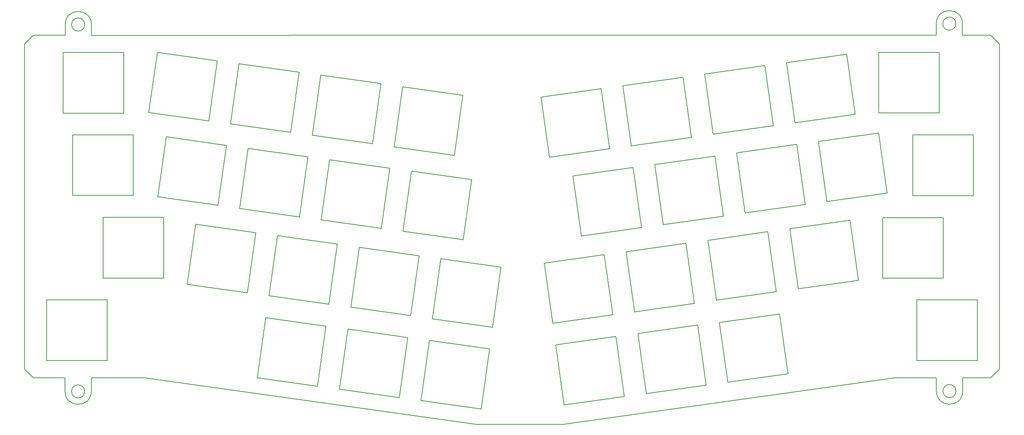
<source format=gbr>
G04 #@! TF.GenerationSoftware,KiCad,Pcbnew,7.0.1-0*
G04 #@! TF.CreationDate,2023-07-08T09:10:22+09:00*
G04 #@! TF.ProjectId,cool838ax,636f6f6c-3833-4386-9178-2e6b69636164,rev?*
G04 #@! TF.SameCoordinates,Original*
G04 #@! TF.FileFunction,Profile,NP*
%FSLAX46Y46*%
G04 Gerber Fmt 4.6, Leading zero omitted, Abs format (unit mm)*
G04 Created by KiCad (PCBNEW 7.0.1-0) date 2023-07-08 09:10:22*
%MOMM*%
%LPD*%
G01*
G04 APERTURE LIST*
G04 #@! TA.AperFunction,Profile*
%ADD10C,0.150000*%
G04 #@! TD*
G04 APERTURE END LIST*
D10*
X14560000Y289200000D02*
X700000Y291150000D01*
X16510000Y303070000D02*
X14560000Y289200000D01*
X700000Y291150000D02*
X2650000Y305020000D01*
X2650000Y305020000D02*
X16510000Y303070000D01*
X52590000Y287520000D02*
X50640000Y301390000D01*
X50640000Y301390000D02*
X64500000Y303340000D01*
X64500000Y303340000D02*
X66450000Y289470000D01*
X66450000Y289470000D02*
X52590000Y287520000D01*
X102240000Y308550000D02*
X104190000Y294680000D01*
X88380000Y306600000D02*
X102240000Y308550000D01*
X90330000Y292730000D02*
X88380000Y306600000D01*
X104190000Y294680000D02*
X90330000Y292730000D01*
X86920000Y350080000D02*
X84970000Y363950000D01*
X84970000Y363950000D02*
X98830000Y365900000D01*
X98830000Y365900000D02*
X100780000Y352030000D01*
X100780000Y352030000D02*
X86920000Y350080000D01*
X106560000Y314340000D02*
X104610000Y328210000D01*
X118470000Y330160000D02*
X120420000Y316290000D01*
X120420000Y316290000D02*
X106560000Y314340000D01*
X104610000Y328210000D02*
X118470000Y330160000D01*
X-39240000Y349450000D02*
X-25380000Y347500000D01*
X-25380000Y347500000D02*
X-27330000Y333630000D01*
X-41190000Y335580000D02*
X-39240000Y349450000D01*
X-27330000Y333630000D02*
X-41190000Y335580000D01*
X119680000Y354670000D02*
X105820000Y352720000D01*
X105820000Y352720000D02*
X103870000Y366590000D01*
X103870000Y366590000D02*
X117730000Y368540000D01*
X117730000Y368540000D02*
X119680000Y354670000D01*
X125100000Y350340000D02*
X127050000Y336470000D01*
X111240000Y348390000D02*
X125100000Y350340000D01*
X127050000Y336470000D02*
X113190000Y334520000D01*
X113190000Y334520000D02*
X111240000Y348390000D01*
X82640000Y310980000D02*
X68780000Y309030000D01*
X66830000Y322900000D02*
X80690000Y324850000D01*
X68780000Y309030000D02*
X66830000Y322900000D01*
X80690000Y324850000D02*
X82640000Y310980000D01*
X3320000Y310090000D02*
X5270000Y323960000D01*
X17180000Y308140000D02*
X3320000Y310090000D01*
X19130000Y322010000D02*
X17180000Y308140000D01*
X5270000Y323960000D02*
X19130000Y322010000D01*
X63030000Y346710000D02*
X49170000Y344760000D01*
X49170000Y344760000D02*
X47220000Y358630000D01*
X47220000Y358630000D02*
X61080000Y360580000D01*
X61080000Y360580000D02*
X63030000Y346710000D01*
X29260000Y325680000D02*
X15400000Y327630000D01*
X31210000Y339550000D02*
X29260000Y325680000D01*
X17350000Y341500000D02*
X31210000Y339550000D01*
X15400000Y327630000D02*
X17350000Y341500000D01*
X-6520000Y344850000D02*
X-8470000Y330980000D01*
X-22330000Y332930000D02*
X-20380000Y346800000D01*
X-8470000Y330980000D02*
X-22330000Y332930000D01*
X-20380000Y346800000D02*
X-6520000Y344850000D01*
X89270000Y331160000D02*
X75410000Y329210000D01*
X73460000Y343080000D02*
X87320000Y345030000D01*
X87320000Y345030000D02*
X89270000Y331160000D01*
X75410000Y329210000D02*
X73460000Y343080000D01*
X63770000Y308330000D02*
X49910000Y306380000D01*
X61820000Y322200000D02*
X63770000Y308330000D01*
X49910000Y306380000D02*
X47960000Y320250000D01*
X47960000Y320250000D02*
X61820000Y322200000D01*
X-15550000Y312740000D02*
X-13600000Y326610000D01*
X-13600000Y326610000D02*
X260000Y324660000D01*
X-1690000Y310790000D02*
X-15550000Y312740000D01*
X260000Y324660000D02*
X-1690000Y310790000D01*
X87660000Y311700000D02*
X85710000Y325570000D01*
X99570000Y327520000D02*
X101520000Y313650000D01*
X85710000Y325570000D02*
X99570000Y327520000D01*
X101520000Y313650000D02*
X87660000Y311700000D01*
X27200000Y345210000D02*
X13340000Y347160000D01*
X13340000Y347160000D02*
X15290000Y361030000D01*
X15290000Y361030000D02*
X29150000Y359080000D01*
X29150000Y359080000D02*
X27200000Y345210000D01*
X-27440000Y367030000D02*
X-29390000Y353160000D01*
X-29390000Y353160000D02*
X-43250000Y355110000D01*
X-41300000Y368980000D02*
X-27440000Y367030000D01*
X-43250000Y355110000D02*
X-41300000Y368980000D01*
X-34410000Y315390000D02*
X-32460000Y329260000D01*
X-18600000Y327310000D02*
X-20550000Y313440000D01*
X-20550000Y313440000D02*
X-34410000Y315390000D01*
X-32460000Y329260000D02*
X-18600000Y327310000D01*
X94290000Y331880000D02*
X92340000Y345750000D01*
X92340000Y345750000D02*
X106200000Y347700000D01*
X106200000Y347700000D02*
X108150000Y333830000D01*
X108150000Y333830000D02*
X94290000Y331880000D01*
X-3570000Y363680000D02*
X10290000Y361730000D01*
X-5520000Y349810000D02*
X-3570000Y363680000D01*
X10290000Y361730000D02*
X8340000Y347860000D01*
X8340000Y347860000D02*
X-5520000Y349810000D01*
X54590000Y340430000D02*
X68450000Y342380000D01*
X56540000Y326560000D02*
X54590000Y340430000D01*
X70400000Y328510000D02*
X56540000Y326560000D01*
X68450000Y342380000D02*
X70400000Y328510000D01*
X-56536525Y290563734D02*
X-56536525Y293803734D01*
X144483475Y293793734D02*
X144483475Y290583734D01*
X138403475Y375703734D02*
X138403399Y372927421D01*
X-44211131Y293793728D02*
X-56536525Y293803734D01*
X138441475Y290693734D02*
G75*
G03*
X144483474Y290583734I3022001J-1D01*
G01*
X-56504524Y375403734D02*
X-56506525Y372893734D01*
X-62578526Y290673734D02*
X-62576525Y293783734D01*
X-71881020Y370943716D02*
X-69881031Y372943735D01*
X144445475Y375593734D02*
G75*
G03*
X138403476Y375703734I-3022001J1D01*
G01*
X52299267Y283040897D02*
X32299284Y283040901D01*
X-69881025Y293793745D02*
X-71881019Y295793732D01*
X144443475Y372942699D02*
X144445476Y375593734D01*
X-62546525Y375513734D02*
X-62546525Y372943734D01*
X152953472Y370943735D02*
X152953476Y295793745D01*
X150953475Y293793734D02*
X152953475Y295793743D01*
X-62546525Y372943734D02*
X-69881031Y372943735D01*
X32299284Y283040901D02*
X-44211131Y293793728D01*
X152953472Y370943735D02*
X150953471Y372943732D01*
X-56504525Y375403734D02*
G75*
G03*
X-62546524Y375513734I-3022001J0D01*
G01*
X138441474Y290693734D02*
X138444178Y293793734D01*
X150953475Y293793734D02*
X144483475Y293793734D01*
X34036230Y372943732D02*
X138403399Y372927421D01*
X138444178Y293793734D02*
X128809708Y293793724D01*
X-62576525Y293783734D02*
X-69881025Y293793745D01*
X150953471Y372943732D02*
X144443475Y372942699D01*
X128809708Y293793724D02*
X52299267Y283040897D01*
X-62578525Y290673734D02*
G75*
G03*
X-56536526Y290563734I3022001J0D01*
G01*
X-71881019Y295793732D02*
X-71881020Y370943716D01*
X-56506525Y372893734D02*
X34036230Y372943732D01*
X-3460000Y330280000D02*
X-1510000Y344150000D01*
X12350000Y342200000D02*
X10400000Y328330000D01*
X10400000Y328330000D02*
X-3460000Y330280000D01*
X-1510000Y344150000D02*
X12350000Y342200000D01*
X-8580000Y364380000D02*
X-10530000Y350510000D01*
X-24390000Y352460000D02*
X-22440000Y366330000D01*
X-22440000Y366330000D02*
X-8580000Y364380000D01*
X-10530000Y350510000D02*
X-24390000Y352460000D01*
X81900000Y349360000D02*
X68040000Y347410000D01*
X68040000Y347410000D02*
X66090000Y361280000D01*
X79950000Y363230000D02*
X81900000Y349360000D01*
X66090000Y361280000D02*
X79950000Y363230000D01*
X21510000Y302400000D02*
X35370000Y300450000D01*
X35370000Y300450000D02*
X33420000Y286580000D01*
X19560000Y288530000D02*
X21510000Y302400000D01*
X33420000Y286580000D02*
X19560000Y288530000D01*
X-18230000Y293820000D02*
X-16280000Y307690000D01*
X-16280000Y307690000D02*
X-2420000Y305740000D01*
X-4370000Y291870000D02*
X-18230000Y293820000D01*
X-2420000Y305740000D02*
X-4370000Y291870000D01*
X24130000Y321310000D02*
X37990000Y319360000D01*
X37990000Y319360000D02*
X36040000Y305490000D01*
X22180000Y307440000D02*
X24130000Y321310000D01*
X36040000Y305490000D02*
X22180000Y307440000D01*
X69530000Y304030000D02*
X83390000Y305980000D01*
X71480000Y290160000D02*
X69530000Y304030000D01*
X85340000Y292110000D02*
X71480000Y290160000D01*
X83390000Y305980000D02*
X85340000Y292110000D01*
X126030000Y330810000D02*
X140020000Y330810000D01*
X140020000Y316820000D01*
X126030000Y316820000D01*
X126030000Y330810000D01*
X125120000Y368970000D02*
X139110000Y368970000D01*
X139110000Y354980000D01*
X125120000Y354980000D01*
X125120000Y368970000D01*
X-53800000Y330830000D02*
X-39810000Y330830000D01*
X-39810000Y316840000D01*
X-53800000Y316840000D01*
X-53800000Y330830000D01*
X-60800000Y349910000D02*
X-46810000Y349910000D01*
X-46810000Y335920000D01*
X-60800000Y335920000D01*
X-60800000Y349910000D01*
X-58042199Y375400000D02*
G75*
G03*
X-58042199Y375400000I-1507801J0D01*
G01*
X142917801Y375600000D02*
G75*
G03*
X142917801Y375600000I-1507801J0D01*
G01*
X-58062199Y290650000D02*
G75*
G03*
X-58062199Y290650000I-1507801J0D01*
G01*
X142957801Y290720000D02*
G75*
G03*
X142957801Y290720000I-1507801J0D01*
G01*
X-63060000Y368940000D02*
X-49070000Y368940000D01*
X-49070000Y354950000D01*
X-63060000Y354950000D01*
X-63060000Y368940000D01*
X-66870000Y311790000D02*
X-52880000Y311790000D01*
X-52880000Y297800000D01*
X-66870000Y297800000D01*
X-66870000Y311790000D01*
X132970000Y349890000D02*
X146960000Y349890000D01*
X146960000Y335900000D01*
X132970000Y335900000D01*
X132970000Y349890000D01*
X133920000Y311780000D02*
X147910000Y311780000D01*
X147910000Y297790000D01*
X133920000Y297790000D01*
X133920000Y311780000D01*
M02*

</source>
